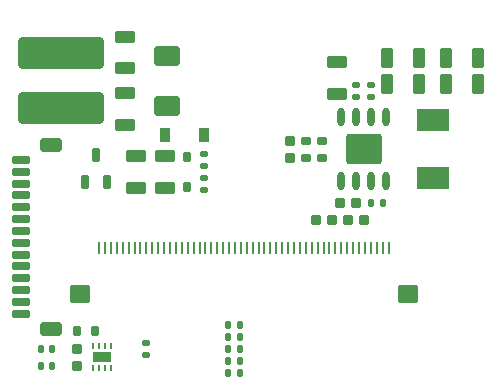
<source format=gtp>
G04 Layer_Color=8421504*
%FSLAX44Y44*%
%MOMM*%
G71*
G01*
G75*
G04:AMPARAMS|DCode=10|XSize=0.6mm|YSize=0.5mm|CornerRadius=0.0625mm|HoleSize=0mm|Usage=FLASHONLY|Rotation=90.000|XOffset=0mm|YOffset=0mm|HoleType=Round|Shape=RoundedRectangle|*
%AMROUNDEDRECTD10*
21,1,0.6000,0.3750,0,0,90.0*
21,1,0.4750,0.5000,0,0,90.0*
1,1,0.1250,0.1875,0.2375*
1,1,0.1250,0.1875,-0.2375*
1,1,0.1250,-0.1875,-0.2375*
1,1,0.1250,-0.1875,0.2375*
%
%ADD10ROUNDEDRECTD10*%
G04:AMPARAMS|DCode=11|XSize=0.6mm|YSize=1.55mm|CornerRadius=0.075mm|HoleSize=0mm|Usage=FLASHONLY|Rotation=270.000|XOffset=0mm|YOffset=0mm|HoleType=Round|Shape=RoundedRectangle|*
%AMROUNDEDRECTD11*
21,1,0.6000,1.4000,0,0,270.0*
21,1,0.4500,1.5500,0,0,270.0*
1,1,0.1500,-0.7000,-0.2250*
1,1,0.1500,-0.7000,0.2250*
1,1,0.1500,0.7000,0.2250*
1,1,0.1500,0.7000,-0.2250*
%
%ADD11ROUNDEDRECTD11*%
G04:AMPARAMS|DCode=12|XSize=1.8mm|YSize=1.2mm|CornerRadius=0.15mm|HoleSize=0mm|Usage=FLASHONLY|Rotation=180.000|XOffset=0mm|YOffset=0mm|HoleType=Round|Shape=RoundedRectangle|*
%AMROUNDEDRECTD12*
21,1,1.8000,0.9000,0,0,180.0*
21,1,1.5000,1.2000,0,0,180.0*
1,1,0.3000,-0.7500,0.4500*
1,1,0.3000,0.7500,0.4500*
1,1,0.3000,0.7500,-0.4500*
1,1,0.3000,-0.7500,-0.4500*
%
%ADD12ROUNDEDRECTD12*%
G04:AMPARAMS|DCode=13|XSize=0.9mm|YSize=0.8mm|CornerRadius=0.1mm|HoleSize=0mm|Usage=FLASHONLY|Rotation=180.000|XOffset=0mm|YOffset=0mm|HoleType=Round|Shape=RoundedRectangle|*
%AMROUNDEDRECTD13*
21,1,0.9000,0.6000,0,0,180.0*
21,1,0.7000,0.8000,0,0,180.0*
1,1,0.2000,-0.3500,0.3000*
1,1,0.2000,0.3500,0.3000*
1,1,0.2000,0.3500,-0.3000*
1,1,0.2000,-0.3500,-0.3000*
%
%ADD13ROUNDEDRECTD13*%
G04:AMPARAMS|DCode=14|XSize=1.7mm|YSize=1.1mm|CornerRadius=0.1375mm|HoleSize=0mm|Usage=FLASHONLY|Rotation=90.000|XOffset=0mm|YOffset=0mm|HoleType=Round|Shape=RoundedRectangle|*
%AMROUNDEDRECTD14*
21,1,1.7000,0.8250,0,0,90.0*
21,1,1.4250,1.1000,0,0,90.0*
1,1,0.2750,0.4125,0.7125*
1,1,0.2750,0.4125,-0.7125*
1,1,0.2750,-0.4125,-0.7125*
1,1,0.2750,-0.4125,0.7125*
%
%ADD14ROUNDEDRECTD14*%
G04:AMPARAMS|DCode=15|XSize=1.7mm|YSize=1.1mm|CornerRadius=0.1375mm|HoleSize=0mm|Usage=FLASHONLY|Rotation=0.000|XOffset=0mm|YOffset=0mm|HoleType=Round|Shape=RoundedRectangle|*
%AMROUNDEDRECTD15*
21,1,1.7000,0.8250,0,0,0.0*
21,1,1.4250,1.1000,0,0,0.0*
1,1,0.2750,0.7125,-0.4125*
1,1,0.2750,-0.7125,-0.4125*
1,1,0.2750,-0.7125,0.4125*
1,1,0.2750,0.7125,0.4125*
%
%ADD15ROUNDEDRECTD15*%
G04:AMPARAMS|DCode=16|XSize=0.6mm|YSize=0.5mm|CornerRadius=0.0625mm|HoleSize=0mm|Usage=FLASHONLY|Rotation=0.000|XOffset=0mm|YOffset=0mm|HoleType=Round|Shape=RoundedRectangle|*
%AMROUNDEDRECTD16*
21,1,0.6000,0.3750,0,0,0.0*
21,1,0.4750,0.5000,0,0,0.0*
1,1,0.1250,0.2375,-0.1875*
1,1,0.1250,-0.2375,-0.1875*
1,1,0.1250,-0.2375,0.1875*
1,1,0.1250,0.2375,0.1875*
%
%ADD16ROUNDEDRECTD16*%
G04:AMPARAMS|DCode=17|XSize=0.9mm|YSize=0.8mm|CornerRadius=0.1mm|HoleSize=0mm|Usage=FLASHONLY|Rotation=90.000|XOffset=0mm|YOffset=0mm|HoleType=Round|Shape=RoundedRectangle|*
%AMROUNDEDRECTD17*
21,1,0.9000,0.6000,0,0,90.0*
21,1,0.7000,0.8000,0,0,90.0*
1,1,0.2000,0.3000,0.3500*
1,1,0.2000,0.3000,-0.3500*
1,1,0.2000,-0.3000,-0.3500*
1,1,0.2000,-0.3000,0.3500*
%
%ADD17ROUNDEDRECTD17*%
G04:AMPARAMS|DCode=18|XSize=0.8mm|YSize=0.6mm|CornerRadius=0.075mm|HoleSize=0mm|Usage=FLASHONLY|Rotation=90.000|XOffset=0mm|YOffset=0mm|HoleType=Round|Shape=RoundedRectangle|*
%AMROUNDEDRECTD18*
21,1,0.8000,0.4500,0,0,90.0*
21,1,0.6500,0.6000,0,0,90.0*
1,1,0.1500,0.2250,0.3250*
1,1,0.1500,0.2250,-0.3250*
1,1,0.1500,-0.2250,-0.3250*
1,1,0.1500,-0.2250,0.3250*
%
%ADD18ROUNDEDRECTD18*%
G04:AMPARAMS|DCode=19|XSize=2.79mm|YSize=1.9mm|CornerRadius=0.2375mm|HoleSize=0mm|Usage=FLASHONLY|Rotation=180.000|XOffset=0mm|YOffset=0mm|HoleType=Round|Shape=RoundedRectangle|*
%AMROUNDEDRECTD19*
21,1,2.7900,1.4250,0,0,180.0*
21,1,2.3150,1.9000,0,0,180.0*
1,1,0.4750,-1.1575,0.7125*
1,1,0.4750,1.1575,0.7125*
1,1,0.4750,1.1575,-0.7125*
1,1,0.4750,-1.1575,-0.7125*
%
%ADD19ROUNDEDRECTD19*%
G04:AMPARAMS|DCode=20|XSize=2.65mm|YSize=7.3mm|CornerRadius=0.3312mm|HoleSize=0mm|Usage=FLASHONLY|Rotation=90.000|XOffset=0mm|YOffset=0mm|HoleType=Round|Shape=RoundedRectangle|*
%AMROUNDEDRECTD20*
21,1,2.6500,6.6375,0,0,90.0*
21,1,1.9875,7.3000,0,0,90.0*
1,1,0.6625,3.3188,0.9938*
1,1,0.6625,3.3188,-0.9938*
1,1,0.6625,-3.3188,-0.9938*
1,1,0.6625,-3.3188,0.9938*
%
%ADD20ROUNDEDRECTD20*%
G04:AMPARAMS|DCode=21|XSize=0.9mm|YSize=0.6mm|CornerRadius=0.075mm|HoleSize=0mm|Usage=FLASHONLY|Rotation=0.000|XOffset=0mm|YOffset=0mm|HoleType=Round|Shape=RoundedRectangle|*
%AMROUNDEDRECTD21*
21,1,0.9000,0.4500,0,0,0.0*
21,1,0.7500,0.6000,0,0,0.0*
1,1,0.1500,0.3750,-0.2250*
1,1,0.1500,-0.3750,-0.2250*
1,1,0.1500,-0.3750,0.2250*
1,1,0.1500,0.3750,0.2250*
%
%ADD21ROUNDEDRECTD21*%
G04:AMPARAMS|DCode=22|XSize=0.9mm|YSize=0.6mm|CornerRadius=0.075mm|HoleSize=0mm|Usage=FLASHONLY|Rotation=90.000|XOffset=0mm|YOffset=0mm|HoleType=Round|Shape=RoundedRectangle|*
%AMROUNDEDRECTD22*
21,1,0.9000,0.4500,0,0,90.0*
21,1,0.7500,0.6000,0,0,90.0*
1,1,0.1500,0.2250,0.3750*
1,1,0.1500,0.2250,-0.3750*
1,1,0.1500,-0.2250,-0.3750*
1,1,0.1500,-0.2250,0.3750*
%
%ADD22ROUNDEDRECTD22*%
%ADD23O,0.6000X1.5500*%
G04:AMPARAMS|DCode=24|XSize=2.6mm|YSize=3.1mm|CornerRadius=0.325mm|HoleSize=0mm|Usage=FLASHONLY|Rotation=90.000|XOffset=0mm|YOffset=0mm|HoleType=Round|Shape=RoundedRectangle|*
%AMROUNDEDRECTD24*
21,1,2.6000,2.4500,0,0,90.0*
21,1,1.9500,3.1000,0,0,90.0*
1,1,0.6500,1.2250,0.9750*
1,1,0.6500,1.2250,-0.9750*
1,1,0.6500,-1.2250,-0.9750*
1,1,0.6500,-1.2250,0.9750*
%
%ADD24ROUNDEDRECTD24*%
G04:AMPARAMS|DCode=25|XSize=0.9mm|YSize=1.6mm|CornerRadius=0.1125mm|HoleSize=0mm|Usage=FLASHONLY|Rotation=90.000|XOffset=0mm|YOffset=0mm|HoleType=Round|Shape=RoundedRectangle|*
%AMROUNDEDRECTD25*
21,1,0.9000,1.3750,0,0,90.0*
21,1,0.6750,1.6000,0,0,90.0*
1,1,0.2250,0.6875,0.3375*
1,1,0.2250,0.6875,-0.3375*
1,1,0.2250,-0.6875,-0.3375*
1,1,0.2250,-0.6875,0.3375*
%
%ADD25ROUNDEDRECTD25*%
G04:AMPARAMS|DCode=26|XSize=0.25mm|YSize=0.45mm|CornerRadius=0.0313mm|HoleSize=0mm|Usage=FLASHONLY|Rotation=0.000|XOffset=0mm|YOffset=0mm|HoleType=Round|Shape=RoundedRectangle|*
%AMROUNDEDRECTD26*
21,1,0.2500,0.3875,0,0,0.0*
21,1,0.1875,0.4500,0,0,0.0*
1,1,0.0625,0.0938,-0.1938*
1,1,0.0625,-0.0938,-0.1938*
1,1,0.0625,-0.0938,0.1938*
1,1,0.0625,0.0938,0.1938*
%
%ADD26ROUNDEDRECTD26*%
G04:AMPARAMS|DCode=27|XSize=1.7mm|YSize=1.5mm|CornerRadius=0.1875mm|HoleSize=0mm|Usage=FLASHONLY|Rotation=0.000|XOffset=0mm|YOffset=0mm|HoleType=Round|Shape=RoundedRectangle|*
%AMROUNDEDRECTD27*
21,1,1.7000,1.1250,0,0,0.0*
21,1,1.3250,1.5000,0,0,0.0*
1,1,0.3750,0.6625,-0.5625*
1,1,0.3750,-0.6625,-0.5625*
1,1,0.3750,-0.6625,0.5625*
1,1,0.3750,0.6625,0.5625*
%
%ADD27ROUNDEDRECTD27*%
%ADD28O,0.2500X1.1000*%
G04:AMPARAMS|DCode=29|XSize=1.22mm|YSize=0.91mm|CornerRadius=0.1138mm|HoleSize=0mm|Usage=FLASHONLY|Rotation=270.000|XOffset=0mm|YOffset=0mm|HoleType=Round|Shape=RoundedRectangle|*
%AMROUNDEDRECTD29*
21,1,1.2200,0.6825,0,0,270.0*
21,1,0.9925,0.9100,0,0,270.0*
1,1,0.2275,-0.3413,-0.4963*
1,1,0.2275,-0.3413,0.4963*
1,1,0.2275,0.3413,0.4963*
1,1,0.2275,0.3413,-0.4963*
%
%ADD29ROUNDEDRECTD29*%
G04:AMPARAMS|DCode=30|XSize=0.6mm|YSize=1.15mm|CornerRadius=0.075mm|HoleSize=0mm|Usage=FLASHONLY|Rotation=180.000|XOffset=0mm|YOffset=0mm|HoleType=Round|Shape=RoundedRectangle|*
%AMROUNDEDRECTD30*
21,1,0.6000,1.0000,0,0,180.0*
21,1,0.4500,1.1500,0,0,180.0*
1,1,0.1500,-0.2250,0.5000*
1,1,0.1500,0.2250,0.5000*
1,1,0.1500,0.2250,-0.5000*
1,1,0.1500,-0.2250,-0.5000*
%
%ADD30ROUNDEDRECTD30*%
G04:AMPARAMS|DCode=31|XSize=1.62mm|YSize=2.18mm|CornerRadius=0.2025mm|HoleSize=0mm|Usage=FLASHONLY|Rotation=90.000|XOffset=0mm|YOffset=0mm|HoleType=Round|Shape=RoundedRectangle|*
%AMROUNDEDRECTD31*
21,1,1.6200,1.7750,0,0,90.0*
21,1,1.2150,2.1800,0,0,90.0*
1,1,0.4050,0.8875,0.6075*
1,1,0.4050,0.8875,-0.6075*
1,1,0.4050,-0.8875,-0.6075*
1,1,0.4050,-0.8875,0.6075*
%
%ADD31ROUNDEDRECTD31*%
D10*
X-3500Y16000D02*
D03*
X-13500D02*
D03*
X107750Y129500D02*
D03*
X117750D02*
D03*
X-3500Y26000D02*
D03*
X-13500D02*
D03*
X-3500Y6000D02*
D03*
X-13500D02*
D03*
X-172000Y-8000D02*
D03*
X-162000D02*
D03*
X-13500Y-4000D02*
D03*
X-3500D02*
D03*
X-13500Y-14000D02*
D03*
X-3500D02*
D03*
X-162000Y6000D02*
D03*
X-172000D02*
D03*
D11*
X-188250Y116000D02*
D03*
Y126000D02*
D03*
Y156000D02*
D03*
Y166000D02*
D03*
Y146000D02*
D03*
Y136000D02*
D03*
Y86000D02*
D03*
Y96000D02*
D03*
Y106000D02*
D03*
Y76000D02*
D03*
Y66000D02*
D03*
Y36000D02*
D03*
Y46000D02*
D03*
Y56000D02*
D03*
D12*
X-163000Y179000D02*
D03*
Y23000D02*
D03*
D13*
X39500Y182000D02*
D03*
Y168000D02*
D03*
X-141000Y6000D02*
D03*
Y-8000D02*
D03*
D14*
X148501Y229999D02*
D03*
X121501D02*
D03*
X148501Y251999D02*
D03*
X121501D02*
D03*
X171500Y230000D02*
D03*
X198500D02*
D03*
X171500Y252000D02*
D03*
X198500D02*
D03*
D15*
X-101003Y195500D02*
D03*
Y222500D02*
D03*
X-101003Y270500D02*
D03*
X-101003Y243500D02*
D03*
X78500Y222000D02*
D03*
Y249000D02*
D03*
X-91000Y169500D02*
D03*
Y142500D02*
D03*
X-67000Y142500D02*
D03*
Y169500D02*
D03*
D16*
X107850Y229500D02*
D03*
Y219500D02*
D03*
X95150Y229500D02*
D03*
Y219500D02*
D03*
X-82500Y11000D02*
D03*
Y1000D02*
D03*
X-33750Y151000D02*
D03*
Y141000D02*
D03*
Y171000D02*
D03*
Y161000D02*
D03*
D17*
X95250Y129500D02*
D03*
X81250D02*
D03*
X88000Y115000D02*
D03*
X102000D02*
D03*
X75000D02*
D03*
X61000D02*
D03*
D18*
X-47750Y143500D02*
D03*
Y168500D02*
D03*
D19*
X160000Y199500D02*
D03*
X160000Y150500D02*
D03*
D20*
X-154999Y256250D02*
D03*
X-155000Y209750D02*
D03*
D21*
X53000Y167500D02*
D03*
Y182500D02*
D03*
X66500D02*
D03*
Y167500D02*
D03*
D22*
X-126000Y21500D02*
D03*
X-141000D02*
D03*
D23*
X120550Y202000D02*
D03*
X107850D02*
D03*
X95150D02*
D03*
X82450D02*
D03*
X120550Y148000D02*
D03*
X107850D02*
D03*
X95150D02*
D03*
X82450D02*
D03*
D24*
X101500Y175000D02*
D03*
D25*
X-120000Y-500D02*
D03*
D26*
X-127500Y8750D02*
D03*
X-127500Y-9750D02*
D03*
X-122500D02*
D03*
X-117500D02*
D03*
X-112500D02*
D03*
X-112500Y8750D02*
D03*
X-117500D02*
D03*
X-122500D02*
D03*
D27*
X139000Y52500D02*
D03*
X-139000D02*
D03*
D28*
X-122500Y91500D02*
D03*
X-117500D02*
D03*
X-112500D02*
D03*
X-107500D02*
D03*
X-102500D02*
D03*
X-97500D02*
D03*
X-92500D02*
D03*
X-87500D02*
D03*
X-82500D02*
D03*
X-77500D02*
D03*
X-72500D02*
D03*
X-67500D02*
D03*
X-62500D02*
D03*
X-57500D02*
D03*
X-52500D02*
D03*
X-47500D02*
D03*
X-42500D02*
D03*
X-37500D02*
D03*
X-32500D02*
D03*
X-27500D02*
D03*
X-22500D02*
D03*
X-17500D02*
D03*
X-12500D02*
D03*
X-7500D02*
D03*
X-2500D02*
D03*
X2500D02*
D03*
X7500D02*
D03*
X12500D02*
D03*
X17500D02*
D03*
X22500D02*
D03*
X27500D02*
D03*
X32500D02*
D03*
X37500D02*
D03*
X42500D02*
D03*
X47500D02*
D03*
X52500D02*
D03*
X57500D02*
D03*
X62500D02*
D03*
X67500D02*
D03*
X72500D02*
D03*
X77500D02*
D03*
X82500D02*
D03*
X87500D02*
D03*
X92500D02*
D03*
X97500D02*
D03*
X102500D02*
D03*
X107500D02*
D03*
X112500D02*
D03*
X117500D02*
D03*
X122500D02*
D03*
D29*
X-66350Y186999D02*
D03*
X-33650D02*
D03*
D30*
X-125000Y170250D02*
D03*
X-115500Y147750D02*
D03*
X-134500D02*
D03*
D31*
X-65000Y254100D02*
D03*
Y211900D02*
D03*
M02*

</source>
